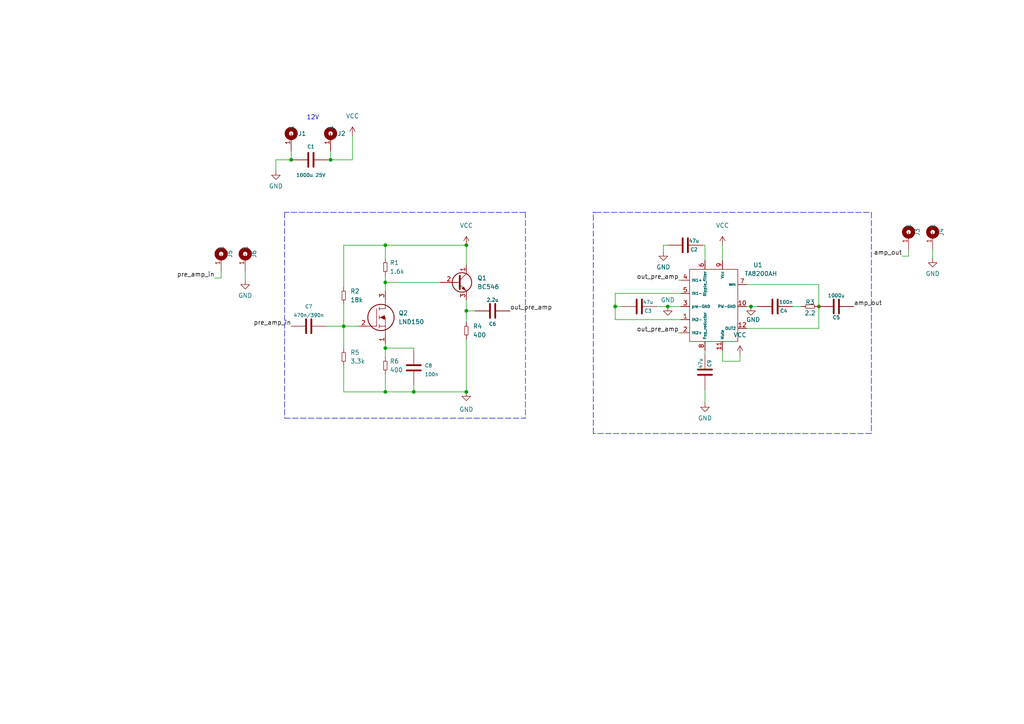
<source format=kicad_sch>
(kicad_sch (version 20211123) (generator eeschema)
  (paper "A4")
  (title_block (title "Amplificador") (date "2022-09-01") (rev "v0.1") (comment 1 "Autor: Dal Degan Santiago"))
  (lib_symbols
    (symbol "EESTN5:BC546" (pin_names (offset 0) hide)
      (property "Reference" "Q" (at 5.08 1.905 0))
      (property "Value" "BC546" (at 5.08 0 0))
      (symbol "BC546_0_1"
        (polyline (pts (xy 0 0) (xy 0.635 0)))
        (polyline (pts (xy 0.635 0.635) (xy 2.54 2.54)))
        (polyline (pts (xy 0.635 -0.635) (xy 2.54 -2.54) (xy 2.54 -2.54)))
        (polyline (pts (xy 0.635 1.905) (xy 0.635 -1.905) (xy 0.635 -1.905)) (stroke (width 0.508)))
        (polyline (pts (xy 1.27 -1.778) (xy 1.778 -1.27) (xy 2.286 -2.286) (xy 1.27 -1.778) (xy 1.27 -1.778)) (fill (type outline)))
        (circle (center 1.27 0) (radius 2.8194) (stroke (width 0.254)))
      )
      (symbol "BC546_1_1"
        (pin passive line (at 2.54 5.08 270) (length 2.54) (name "C") (number "1"))
        (pin input line (at -5.08 0 0) (length 5.08) (name "B") (number "2"))
        (pin passive line (at 2.54 -5.08 90) (length 2.54) (name "E") (number "3"))
      )
    )
    (symbol "EESTN5:C" (pin_numbers hide) (pin_names (offset 0.254))
      (property "Reference" "C" (at 0 2.54 0))
      (property "Value" "C" (at 0.1524 -2.159 0))
      (symbol "C_0_1"
        (polyline (pts (xy -2.032 -0.762) (xy 2.032 -0.762)) (stroke (width 0.508)))
        (polyline (pts (xy -2.032 0.762) (xy 2.032 0.762)) (stroke (width 0.508)))
      )
      (symbol "C_1_1"
        (pin passive line (at 0 5.08 270) (length 4.318) (name "~") (number "1"))
        (pin passive line (at 0 -5.08 90) (length 4.318) (name "~") (number "2"))
      )
    )
    (symbol "EESTN5:Cable_PAD" (pin_names (offset 1.016))
      (property "Reference" "J" (at 0 5.08 0))
      (symbol "Cable_PAD_0_1"
        (circle (center 0 0) (radius 1.27) (stroke (width 1.27)))
      )
      (symbol "Cable_PAD_1_1"
        (pin input line (at -5.08 0 0) (length 5.08) (name "1") (number "1"))
      )
    )
    (symbol "EESTN5:R" (pin_numbers hide) (pin_names (offset 0))
      (property "Reference" "R" (at -1.27 0 90))
      (property "Value" "R" (at 1.27 0 90))
      (symbol "R_0_1"
        (rectangle (start 0.508 1.27) (end -0.508 -1.27))
      )
      (symbol "R_1_1"
        (pin passive line (at 0 2.54 270) (length 1.27) (name "~") (number "1"))
        (pin passive line (at 0 -2.54 90) (length 1.27) (name "~") (number "2"))
      )
    )
    (symbol "Macrolib:LND150"
      (property "Reference" "Q" (at 3.81 -1.27 0))
      (property "Value" "LND150" (at 6.985 1.27 0))
      (symbol "LND150_0_0"
        (pin passive line (at 0 -7.62 90) (length 2.54) (name "~") (number "1"))
        (pin passive line (at -7.62 -2.54 0) (length 2.54) (name "~") (number "2"))
        (pin passive line (at 0 7.62 270) (length 2.54) (name "~") (number "3"))
      )
      (symbol "LND150_0_1"
        (circle (center -1.27 0) (radius 3.81) (stroke (width 0.254)))
        (polyline (pts (xy -1.778 -3.048) (xy -1.778 -2.032)) (stroke (width 0.1524)))
        (polyline (pts (xy -1.778 -2.54) (xy 0 -2.54)) (stroke (width 0.1524)))
        (polyline (pts (xy -1.778 -0.508) (xy -1.778 0.508)) (stroke (width 0.1524)))
        (polyline (pts (xy -1.778 3.048) (xy -1.778 2.032)) (stroke (width 0.1524)))
        (polyline (pts (xy 0 0) (xy -1.778 0)) (stroke (width 0.1524)))
        (polyline (pts (xy 0 0) (xy 0 -5.08)) (stroke (width 0.1524)))
        (polyline (pts (xy 0 2.54) (xy -1.778 2.54)) (stroke (width 0.1524)))
        (polyline (pts (xy 0 2.54) (xy 0 5.08)) (stroke (width 0.1524)))
        (polyline (pts (xy -5.08 -2.54) (xy -2.54 -2.54) (xy -2.54 2.54)) (stroke (width 0.1524)))
        (polyline (pts (xy -1.27 0) (xy -0.254 -0.508) (xy -0.254 0.508) (xy -1.27 0)) (stroke (width 0.254)) (fill (type outline)))
      )
    )
    (symbol "Macrolib:TA8200AH"
      (property "Reference" "U" (at 0 8.89 0))
      (property "Value" "TA8200AH" (at 0.635 -19.05 0))
      (symbol "TA8200AH_0_1"
        (rectangle (start -6.985 10.795) (end 6.985 -10.16))
      )
      (symbol "TA8200AH_1_1"
        (pin input line (at -9.525 -3.81 0) (length 2.54) (name "IN2-") (number "1"))
        (pin power_in line (at 9.525 0 180) (length 2.54) (name "PW-GND") (number "10"))
        (pin input line (at 2.54 -12.7 90) (length 2.54) (name "Mute") (number "11"))
        (pin output line (at 9.525 -6.35 180) (length 2.54) (name "OUT2") (number "12"))
        (pin input line (at -9.525 -7.62 0) (length 2.54) (name "IN2+") (number "2"))
        (pin power_in line (at -9.525 0 0) (length 2.54) (name "pre-GND") (number "3"))
        (pin input line (at -9.525 7.62 0) (length 2.54) (name "IN1+") (number "4"))
        (pin input line (at -9.525 3.81 0) (length 2.54) (name "IN1-") (number "5"))
        (pin input line (at -2.54 13.335 270) (length 2.54) (name "Ripple_filter") (number "6"))
        (pin output line (at 9.525 6.35 180) (length 2.54) (name "OUT1") (number "7"))
        (pin input line (at -2.54 -12.7 90) (length 2.54) (name "Pop_reductor") (number "8"))
        (pin power_in line (at 2.54 13.335 270) (length 2.54) (name "Vcc") (number "9"))
      )
    )
    (symbol "power:GND" (power) (pin_names (offset 0))
      (property "Value" "GND" (at 0 -3.81 0))
      (symbol "GND_0_1"
        (polyline (pts (xy 0 0) (xy 0 -1.27) (xy 1.27 -1.27) (xy 0 -2.54) (xy -1.27 -1.27) (xy 0 -1.27)))
      )
      (symbol "GND_1_1"
        (pin power_in line (at 0 0 270) (length 0) hide (name "GND") (number "1"))
      )
    )
    (symbol "power:VCC" (power) (pin_names (offset 0))
      (property "Value" "VCC" (at 0 3.81 0))
      (symbol "VCC_0_1"
        (polyline (pts (xy -0.762 1.27) (xy 0 2.54)))
        (polyline (pts (xy 0 0) (xy 0 2.54)))
        (polyline (pts (xy 0 2.54) (xy 0.762 1.27)))
      )
      (symbol "VCC_1_1"
        (pin power_in line (at 0 0 90) (length 0) hide (name "VCC") (number "1"))
      )
    )
  )
  (junction (at 178.435 88.9))
  (junction (at 99.695 94.615))
  (junction (at 135.255 90.17))
  (junction (at 135.255 113.665))
  (junction (at 111.76 71.12))
  (junction (at 84.455 46.355))
  (junction (at 217.805 88.9))
  (junction (at 111.76 113.665))
  (junction (at 111.76 81.915))
  (junction (at 135.255 71.12))
  (junction (at 111.76 100.965))
  (junction (at 237.49 88.9))
  (junction (at 95.885 46.355))
  (junction (at 193.675 88.9))
  (junction (at 120.015 113.665))
  (wire (pts (xy 237.49 88.9) (xy 237.49 82.55)))
  (wire (pts (xy 216.535 95.25) (xy 237.49 95.25)))
  (wire (pts (xy 95.25 46.355) (xy 95.885 46.355)))
  (wire (pts (xy 111.76 80.01) (xy 111.76 81.915)))
  (wire (pts (xy 229.87 88.9) (xy 232.41 88.9)))
  (polyline (pts (xy 172.085 125.73) (xy 172.085 61.595)))
  (wire (pts (xy 99.695 94.615) (xy 104.14 94.615)))
  (wire (pts (xy 99.695 83.185) (xy 99.695 71.12)))
  (wire (pts (xy 270.51 72.39) (xy 270.51 74.93)))
  (wire (pts (xy 111.76 81.915) (xy 127.635 81.915)))
  (wire (pts (xy 120.015 113.665) (xy 135.255 113.665)))
  (wire (pts (xy 204.47 113.03) (xy 204.47 116.84)))
  (wire (pts (xy 80.01 46.355) (xy 84.455 46.355)))
  (wire (pts (xy 214.63 104.775) (xy 209.55 104.775)))
  (wire (pts (xy 204.47 75.565) (xy 204.47 71.12)))
  (wire (pts (xy 192.405 71.12) (xy 192.405 73.025)))
  (wire (pts (xy 214.63 102.87) (xy 214.63 104.775)))
  (wire (pts (xy 84.455 43.815) (xy 84.455 46.355)))
  (wire (pts (xy 237.49 95.25) (xy 237.49 88.9)))
  (polyline (pts (xy 172.72 61.595) (xy 252.73 61.595)))
  (wire (pts (xy 99.695 94.615) (xy 99.695 100.965)))
  (wire (pts (xy 84.455 46.355) (xy 85.09 46.355)))
  (wire (pts (xy 190.5 88.9) (xy 193.675 88.9)))
  (wire (pts (xy 193.675 71.12) (xy 192.405 71.12)))
  (wire (pts (xy 95.885 46.355) (xy 95.885 43.815)))
  (wire (pts (xy 217.805 88.9) (xy 219.71 88.9)))
  (wire (pts (xy 193.675 88.9) (xy 197.485 88.9)))
  (wire (pts (xy 178.435 85.09) (xy 178.435 88.9)))
  (wire (pts (xy 203.835 71.12) (xy 204.47 71.12)))
  (wire (pts (xy 99.695 88.265) (xy 99.695 94.615)))
  (wire (pts (xy 71.12 78.74) (xy 71.12 81.28)))
  (polyline (pts (xy 82.55 121.285) (xy 152.4 121.285)))
  (polyline (pts (xy 82.55 61.595) (xy 82.55 121.285)))
  (wire (pts (xy 111.76 100.965) (xy 111.76 99.695)))
  (wire (pts (xy 99.695 106.045) (xy 99.695 113.665)))
  (wire (pts (xy 99.695 71.12) (xy 111.76 71.12)))
  (wire (pts (xy 64.135 78.74) (xy 64.135 80.645)))
  (wire (pts (xy 263.525 72.39) (xy 263.525 74.295)))
  (wire (pts (xy 196.85 96.52) (xy 197.485 96.52)))
  (wire (pts (xy 209.55 71.12) (xy 209.55 75.565)))
  (wire (pts (xy 120.015 100.965) (xy 120.015 101.6)))
  (wire (pts (xy 135.255 71.12) (xy 135.255 76.835)))
  (wire (pts (xy 178.435 92.71) (xy 178.435 88.9)))
  (wire (pts (xy 111.76 71.12) (xy 135.255 71.12)))
  (wire (pts (xy 80.01 49.53) (xy 80.01 46.355)))
  (wire (pts (xy 204.47 101.6) (xy 204.47 102.87)))
  (polyline (pts (xy 152.4 61.595) (xy 82.55 61.595)))
  (wire (pts (xy 197.485 85.09) (xy 178.435 85.09)))
  (polyline (pts (xy 172.085 61.595) (xy 172.72 61.595)))
  (wire (pts (xy 111.76 108.585) (xy 111.76 113.665)))
  (wire (pts (xy 135.255 113.665) (xy 135.255 98.425)))
  (wire (pts (xy 94.615 94.615) (xy 99.695 94.615)))
  (wire (pts (xy 111.76 100.965) (xy 120.015 100.965)))
  (wire (pts (xy 99.695 113.665) (xy 111.76 113.665)))
  (wire (pts (xy 111.76 71.12) (xy 111.76 74.93)))
  (wire (pts (xy 178.435 88.9) (xy 180.34 88.9)))
  (wire (pts (xy 197.485 92.71) (xy 178.435 92.71)))
  (wire (pts (xy 111.76 81.915) (xy 111.76 84.455)))
  (wire (pts (xy 216.535 82.55) (xy 237.49 82.55)))
  (polyline (pts (xy 252.73 125.73) (xy 172.085 125.73)))
  (wire (pts (xy 135.255 90.17) (xy 135.255 93.345)))
  (wire (pts (xy 135.255 90.17) (xy 137.795 90.17)))
  (polyline (pts (xy 152.4 61.595) (xy 152.4 121.285)))
  (wire (pts (xy 261.62 74.295) (xy 263.525 74.295)))
  (wire (pts (xy 111.76 113.665) (xy 120.015 113.665)))
  (wire (pts (xy 209.55 101.6) (xy 209.55 104.775)))
  (wire (pts (xy 196.85 81.28) (xy 197.485 81.28)))
  (polyline (pts (xy 252.73 61.595) (xy 252.73 125.73)))
  (wire (pts (xy 216.535 88.9) (xy 217.805 88.9)))
  (wire (pts (xy 135.255 86.995) (xy 135.255 90.17)))
  (wire (pts (xy 111.76 103.505) (xy 111.76 100.965)))
  (wire (pts (xy 62.23 80.645) (xy 64.135 80.645)))
  (wire (pts (xy 120.015 113.665) (xy 120.015 111.76)))
  (wire (pts (xy 102.235 46.355) (xy 95.885 46.355)))
  (wire (pts (xy 102.235 39.37) (xy 102.235 46.355)))
  (text "12V" (at 88.9 34.925 0) (effects (font (size 1.27 1.27)) (justify left bottom)))
  (label "amp_out" (at 261.62 74.295 180))
  (label "out_pre_amp" (at 147.955 90.17 0))
  (label "amp_out" (at 247.65 88.9 0))
  (label "out_pre_amp" (at 196.85 81.28 180))
  (label "pre_amp_in" (at 84.455 94.615 180))
  (label "out_pre_amp" (at 196.85 96.52 180))
  (label "pre_amp_in" (at 62.23 80.645 180))
  (symbol (lib_id "EESTN5:C") (at 224.79 88.9 270) (unit 1)
    (property "Reference" "C4" (at 227.33 90.17 90) (effects (font (size 1.016 1.016))))
    (property "Value" "100n" (at 227.965 87.63 90) (effects (font (size 1.016 1.016))))
    (property "Footprint" "EESTN5:CAP_0.1" (effects hide))
  )
  (symbol (lib_id "EESTN5:Cable_PAD") (at 263.525 67.31 90) (unit 1)
    (property "Reference" "J3" (at 266.065 67.31 0))
    (property "Value" "Cable_PAD" (effects hide))
    (property "Footprint" "EESTN5:Cable_Doble_1,5mm" (effects hide))
  )
  (symbol (lib_id "EESTN5:C") (at 242.57 88.9 270) (unit 1)
    (property "Reference" "C5" (at 242.57 92.075 90) (effects (font (size 1.016 1.016))))
    (property "Value" "1000u" (at 242.57 85.725 90) (effects (font (size 1.016 1.016))))
    (property "Footprint" "EESTN5:CAP_ELEC_8x11.5mm" (effects hide))
  )
  (symbol (lib_id "power:VCC") (at 102.235 39.37 0) (unit 1)
    (property "Reference" "#PWR01" (effects hide))
    (property "Value" "VCC" (at 102.235 33.655 0))
  )
  (symbol (lib_id "power:GND") (at 217.805 88.9 0) (unit 1)
    (property "Reference" "#PWR09" (effects hide))
    (property "Value" "GND" (at 218.44 92.71 0))
  )
  (symbol (lib_id "EESTN5:Cable_PAD") (at 64.135 73.66 90) (unit 1)
    (property "Reference" "J5" (at 66.675 73.66 0))
    (property "Value" "Cable_PAD" (effects hide))
    (property "Footprint" "EESTN5:Cable_Doble_1,5mm" (effects hide))
  )
  (symbol (lib_id "EESTN5:R") (at 111.76 77.47 0) (unit 1)
    (property "Reference" "R1" (at 113.03 76.1999 0) (effects (justify left)))
    (property "Value" "1.6k" (at 113.03 78.7399 0) (effects (justify left)))
    (property "Footprint" "EESTN5:RES0.2" (effects hide))
  )
  (symbol (lib_id "power:GND") (at 192.405 73.025 0) (unit 1)
    (property "Reference" "#PWR05" (effects hide))
    (property "Value" "GND" (at 192.405 77.47 0))
  )
  (symbol (lib_id "EESTN5:C") (at 185.42 88.9 270) (unit 1)
    (property "Reference" "C3" (at 187.96 90.17 90) (effects (font (size 1.016 1.016))))
    (property "Value" "47u" (at 187.96 87.63 90) (effects (font (size 1.016 1.016))))
    (property "Footprint" "EESTN5:CAP_ELEC_5x11mm" (effects hide))
  )
  (symbol (lib_id "power:GND") (at 135.255 113.665 0) (unit 1)
    (property "Reference" "#PWR010" (effects hide))
    (property "Value" "GND" (at 135.255 118.745 0))
  )
  (symbol (lib_id "EESTN5:Cable_PAD") (at 84.455 38.735 90) (unit 1)
    (property "Reference" "J1" (at 87.63 38.735 90))
    (property "Value" "Cable_PAD" (effects hide))
    (property "Footprint" "EESTN5:Cable_Doble_1,5mm" (effects hide))
  )
  (symbol (lib_id "EESTN5:R") (at 111.76 106.045 0) (unit 1)
    (property "Reference" "R6" (at 113.03 104.7749 0) (effects (justify left)))
    (property "Value" "400" (at 113.03 107.3149 0) (effects (justify left)))
    (property "Footprint" "EESTN5:RES0.2" (effects hide))
  )
  (symbol (lib_id "EESTN5:R") (at 99.695 103.505 0) (unit 1)
    (property "Reference" "R5" (at 101.6 102.2349 0) (effects (justify left)))
    (property "Value" "3.3k" (at 101.6 104.7749 0) (effects (justify left)))
    (property "Footprint" "EESTN5:RES0.2" (effects hide))
  )
  (symbol (lib_id "EESTN5:BC546") (at 132.715 81.915 0) (unit 1)
    (property "Reference" "Q1" (at 138.43 80.6449 0) (effects (justify left)))
    (property "Value" "BC546" (at 138.43 83.1849 0) (effects (justify left)))
    (property "Footprint" "EESTN5:to92" (effects hide))
  )
  (symbol (lib_id "EESTN5:R") (at 99.695 85.725 0) (unit 1)
    (property "Reference" "R2" (at 101.6 84.4549 0) (effects (justify left)))
    (property "Value" "18k" (at 101.6 86.9949 0) (effects (justify left)))
    (property "Footprint" "EESTN5:RES0.2" (effects hide))
  )
  (symbol (lib_id "power:GND") (at 270.51 74.93 0) (unit 1)
    (property "Reference" "#PWR06" (effects hide))
    (property "Value" "GND" (at 270.51 79.375 0))
  )
  (symbol (lib_id "power:VCC") (at 214.63 102.87 0) (unit 1)
    (property "Reference" "#PWR0101" (effects hide))
    (property "Value" "VCC" (at 214.63 97.155 0))
  )
  (symbol (lib_id "EESTN5:Cable_PAD") (at 95.885 38.735 90) (unit 1)
    (property "Reference" "J2" (at 99.06 38.735 90))
    (property "Value" "Cable_PAD" (effects hide))
    (property "Footprint" "EESTN5:Cable_Doble_1,5mm" (effects hide))
  )
  (symbol (lib_id "EESTN5:C") (at 204.47 107.95 0) (unit 1)
    (property "Reference" "C9" (at 205.74 105.41 90) (effects (font (size 1.016 1.016))))
    (property "Value" "47u" (at 203.2 105.41 90) (effects (font (size 1.016 1.016))))
    (property "Footprint" "EESTN5:CAP_ELEC_5x11mm" (effects hide))
  )
  (symbol (lib_id "Macrolib:LND150") (at 111.76 92.075 0) (unit 1)
    (property "Reference" "Q2" (at 115.57 90.8049 0) (effects (justify left)))
    (property "Value" "LND150" (at 115.57 93.3449 0) (effects (justify left)))
    (property "Footprint" "EESTN5:to92" (effects hide))
  )
  (symbol (lib_id "power:GND") (at 80.01 49.53 0) (unit 1)
    (property "Reference" "#PWR02" (effects hide))
    (property "Value" "GND" (at 80.01 53.975 0))
  )
  (symbol (lib_id "EESTN5:R") (at 135.255 95.885 0) (unit 1)
    (property "Reference" "R4" (at 137.16 94.6149 0) (effects (justify left)))
    (property "Value" "400" (at 137.16 97.1549 0) (effects (justify left)))
    (property "Footprint" "EESTN5:RES0.2" (effects hide))
  )
  (symbol (lib_id "power:GND") (at 204.47 116.84 0) (unit 1)
    (property "Reference" "#PWR011" (effects hide))
    (property "Value" "GND" (at 204.47 121.285 0))
  )
  (symbol (lib_id "Macrolib:TA8200AH") (at 207.01 88.9 0) (unit 1)
    (property "Reference" "U1" (at 218.44 76.835 0) (effects (justify left)))
    (property "Value" "TA8200AH" (at 215.9 79.375 0) (effects (justify left)))
    (property "Footprint" "MacroLib:hzip12-p-1.78" (effects hide))
  )
  (symbol (lib_id "power:VCC") (at 135.255 71.12 0) (unit 1)
    (property "Reference" "#PWR03" (effects hide))
    (property "Value" "VCC" (at 135.255 65.405 0))
  )
  (symbol (lib_id "EESTN5:R") (at 234.95 88.9 90) (unit 1)
    (property "Reference" "R3" (at 234.95 87.63 90))
    (property "Value" "2.2" (at 234.95 90.805 90))
    (property "Footprint" "EESTN5:RES0.2" (effects hide))
  )
  (symbol (lib_id "EESTN5:Cable_PAD") (at 71.12 73.66 90) (unit 1)
    (property "Reference" "J6" (at 73.66 73.66 0))
    (property "Value" "Cable_PAD" (effects hide))
    (property "Footprint" "EESTN5:Cable_Doble_1,5mm" (effects hide))
  )
  (symbol (lib_id "EESTN5:C") (at 90.17 46.355 270) (unit 1)
    (property "Reference" "C1" (at 90.17 42.545 90) (effects (font (size 1.016 1.016))))
    (property "Value" "1000u 25V" (at 90.17 50.8 90) (effects (font (size 1.016 1.016))))
    (property "Footprint" "EESTN5:CAP_ELEC_8x11.5mm" (effects hide))
  )
  (symbol (lib_id "power:GND") (at 71.12 81.28 0) (unit 1)
    (property "Reference" "#PWR07" (effects hide))
    (property "Value" "GND" (at 71.12 85.725 0))
  )
  (symbol (lib_id "EESTN5:C") (at 89.535 94.615 90) (unit 1)
    (property "Reference" "C7" (at 89.535 88.9 90) (effects (font (size 1.016 1.016))))
    (property "Value" "470n/390n" (at 89.535 91.44 90) (effects (font (size 1.016 1.016))))
    (property "Footprint" "EESTN5:CAP_0.1" (effects hide))
  )
  (symbol (lib_id "EESTN5:C") (at 198.755 71.12 270) (unit 1)
    (property "Reference" "C2" (at 201.295 72.39 90) (effects (font (size 1.016 1.016))))
    (property "Value" "47u" (at 201.295 69.85 90) (effects (font (size 1.016 1.016))))
    (property "Footprint" "EESTN5:CAP_ELEC_5x11mm" (effects hide))
  )
  (symbol (lib_id "power:GND") (at 193.675 88.9 0) (unit 1)
    (property "Reference" "#PWR08" (effects hide))
    (property "Value" "GND" (at 193.675 86.995 0))
  )
  (symbol (lib_id "power:VCC") (at 209.55 71.12 0) (unit 1)
    (property "Reference" "#PWR04" (effects hide))
    (property "Value" "VCC" (at 209.55 65.405 0))
  )
  (symbol (lib_id "EESTN5:C") (at 142.875 90.17 270) (unit 1)
    (property "Reference" "C6" (at 142.875 93.98 90) (effects (font (size 1.016 1.016))))
    (property "Value" "2.2u" (at 142.875 86.995 90) (effects (font (size 1.016 1.016))))
    (property "Footprint" "EESTN5:CAP_ELEC_5x11mm" (effects hide))
  )
  (symbol (lib_id "EESTN5:C") (at 120.015 106.68 180) (unit 1)
    (property "Reference" "C8" (at 123.19 106.045 0) (effects (font (size 1.016 1.016)) (justify right)))
    (property "Value" "100n" (at 123.19 108.585 0) (effects (font (size 1.016 1.016)) (justify right)))
    (property "Footprint" "EESTN5:CAP_0.1" (effects hide))
  )
  (symbol (lib_id "EESTN5:Cable_PAD") (at 270.51 67.31 90) (unit 1)
    (property "Reference" "J4" (at 273.05 67.31 0))
    (property "Value" "Cable_PAD" (effects hide))
    (property "Footprint" "EESTN5:Cable_Doble_1,5mm" (effects hide))
  )
)
</source>
